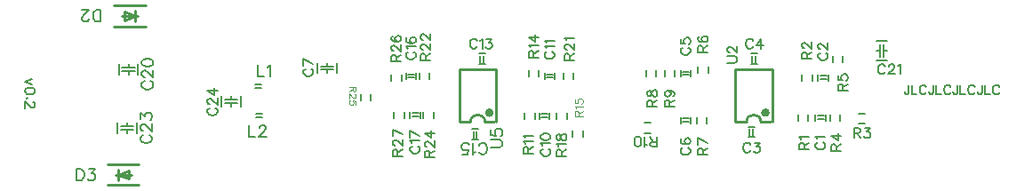
<source format=gto>
G04 Layer: TopSilkscreenLayer*
G04 EasyEDA v6.5.51, 2025-08-29 13:17:01*
G04 9dbd3623970045be9e5ad1379a4f5d38,14c8f2514d444a3a831de9b613ea4171,10*
G04 Gerber Generator version 0.2*
G04 Scale: 100 percent, Rotated: No, Reflected: No *
G04 Dimensions in millimeters *
G04 leading zeros omitted , absolute positions ,4 integer and 5 decimal *
%FSLAX45Y45*%
%MOMM*%

%ADD10C,0.1500*%
%ADD11C,0.1300*%
%ADD12C,0.1524*%
%ADD13C,0.1200*%
%ADD14C,0.1000*%
%ADD15C,0.1530*%
%ADD16C,0.2540*%
%ADD17C,0.4000*%
%ADD18C,0.0167*%

%LPD*%
D10*
X8651506Y-836168D02*
G01*
X8651506Y-901700D01*
X8647442Y-913892D01*
X8643378Y-918210D01*
X8635250Y-922273D01*
X8626868Y-922273D01*
X8618740Y-918210D01*
X8614676Y-913892D01*
X8610612Y-901700D01*
X8610612Y-893571D01*
X8678430Y-836168D02*
G01*
X8678430Y-922273D01*
X8678430Y-922273D02*
G01*
X8727706Y-922273D01*
X8815844Y-856742D02*
G01*
X8811780Y-848613D01*
X8803652Y-840486D01*
X8795524Y-836168D01*
X8779268Y-836168D01*
X8770886Y-840486D01*
X8762758Y-848613D01*
X8758694Y-856742D01*
X8754630Y-868934D01*
X8754630Y-889507D01*
X8758694Y-901700D01*
X8762758Y-909828D01*
X8770886Y-918210D01*
X8779268Y-922273D01*
X8795524Y-922273D01*
X8803652Y-918210D01*
X8811780Y-909828D01*
X8815844Y-901700D01*
X8883916Y-836168D02*
G01*
X8883916Y-901700D01*
X8879852Y-913892D01*
X8875788Y-918210D01*
X8867406Y-922273D01*
X8859278Y-922273D01*
X8851150Y-918210D01*
X8847086Y-913892D01*
X8843022Y-901700D01*
X8843022Y-893571D01*
X8910840Y-836168D02*
G01*
X8910840Y-922273D01*
X8910840Y-922273D02*
G01*
X8959862Y-922273D01*
X9048254Y-856742D02*
G01*
X9044190Y-848613D01*
X9036062Y-840486D01*
X9027934Y-836168D01*
X9011424Y-836168D01*
X9003296Y-840486D01*
X8995168Y-848613D01*
X8991104Y-856742D01*
X8987040Y-868934D01*
X8987040Y-889507D01*
X8991104Y-901700D01*
X8995168Y-909828D01*
X9003296Y-918210D01*
X9011424Y-922273D01*
X9027934Y-922273D01*
X9036062Y-918210D01*
X9044190Y-909828D01*
X9048254Y-901700D01*
X9116326Y-836168D02*
G01*
X9116326Y-901700D01*
X9112262Y-913892D01*
X9107944Y-918210D01*
X9099816Y-922273D01*
X9091688Y-922273D01*
X9083560Y-918210D01*
X9079496Y-913892D01*
X9075432Y-901700D01*
X9075432Y-893571D01*
X9143250Y-836168D02*
G01*
X9143250Y-922273D01*
X9143250Y-922273D02*
G01*
X9192272Y-922273D01*
X9280664Y-856742D02*
G01*
X9276600Y-848613D01*
X9268472Y-840486D01*
X9260344Y-836168D01*
X9243834Y-836168D01*
X9235706Y-840486D01*
X9227578Y-848613D01*
X9223514Y-856742D01*
X9219196Y-868934D01*
X9219196Y-889507D01*
X9223514Y-901700D01*
X9227578Y-909828D01*
X9235706Y-918210D01*
X9243834Y-922273D01*
X9260344Y-922273D01*
X9268472Y-918210D01*
X9276600Y-909828D01*
X9280664Y-901700D01*
X9348482Y-836168D02*
G01*
X9348482Y-901700D01*
X9344418Y-913892D01*
X9340354Y-918210D01*
X9332226Y-922273D01*
X9324098Y-922273D01*
X9315970Y-918210D01*
X9311652Y-913892D01*
X9307588Y-901700D01*
X9307588Y-893571D01*
X9375660Y-836168D02*
G01*
X9375660Y-922273D01*
X9375660Y-922273D02*
G01*
X9424682Y-922273D01*
X9513074Y-856742D02*
G01*
X9509010Y-848613D01*
X9500882Y-840486D01*
X9492500Y-836168D01*
X9476244Y-836168D01*
X9468116Y-840486D01*
X9459988Y-848613D01*
X9455670Y-856742D01*
X9451606Y-868934D01*
X9451606Y-889507D01*
X9455670Y-901700D01*
X9459988Y-909828D01*
X9468116Y-918210D01*
X9476244Y-922273D01*
X9492500Y-922273D01*
X9500882Y-918210D01*
X9509010Y-909828D01*
X9513074Y-901700D01*
D11*
X297685Y-774697D02*
G01*
X233931Y-801875D01*
X297685Y-829307D02*
G01*
X233931Y-801875D01*
X329435Y-886457D02*
G01*
X324863Y-872995D01*
X311401Y-863851D01*
X288541Y-859279D01*
X275079Y-859279D01*
X252219Y-863851D01*
X238503Y-872995D01*
X233931Y-886457D01*
X233931Y-895601D01*
X238503Y-909317D01*
X252219Y-918207D01*
X275079Y-922779D01*
X288541Y-922779D01*
X311401Y-918207D01*
X324863Y-909317D01*
X329435Y-895601D01*
X329435Y-886457D01*
X256791Y-957323D02*
G01*
X252219Y-953005D01*
X247647Y-957323D01*
X252219Y-961895D01*
X256791Y-957323D01*
X306829Y-996439D02*
G01*
X311401Y-996439D01*
X320291Y-1001011D01*
X324863Y-1005583D01*
X329435Y-1014727D01*
X329435Y-1032761D01*
X324863Y-1041905D01*
X320291Y-1046477D01*
X311401Y-1051049D01*
X302257Y-1051049D01*
X293113Y-1046477D01*
X279397Y-1037333D01*
X233931Y-991867D01*
X233931Y-1055621D01*
D12*
X7783055Y-1379710D02*
G01*
X7773911Y-1384282D01*
X7765021Y-1393172D01*
X7760449Y-1402316D01*
X7760449Y-1420604D01*
X7765021Y-1429494D01*
X7773911Y-1438638D01*
X7783055Y-1443210D01*
X7796771Y-1447782D01*
X7819377Y-1447782D01*
X7833093Y-1443210D01*
X7842237Y-1438638D01*
X7851381Y-1429494D01*
X7855953Y-1420604D01*
X7855953Y-1402316D01*
X7851381Y-1393172D01*
X7842237Y-1384282D01*
X7833093Y-1379710D01*
X7778483Y-1349738D02*
G01*
X7773911Y-1340594D01*
X7760449Y-1326878D01*
X7855953Y-1326878D01*
X7808455Y-528812D02*
G01*
X7799311Y-533384D01*
X7790421Y-542274D01*
X7785849Y-551418D01*
X7785849Y-569706D01*
X7790421Y-578596D01*
X7799311Y-587740D01*
X7808455Y-592312D01*
X7822171Y-596884D01*
X7844777Y-596884D01*
X7858493Y-592312D01*
X7867637Y-587740D01*
X7876781Y-578596D01*
X7881353Y-569706D01*
X7881353Y-551418D01*
X7876781Y-542274D01*
X7867637Y-533384D01*
X7858493Y-528812D01*
X7808455Y-494268D02*
G01*
X7803883Y-494268D01*
X7794993Y-489696D01*
X7790421Y-485124D01*
X7785849Y-475980D01*
X7785849Y-457692D01*
X7790421Y-448802D01*
X7794993Y-444230D01*
X7803883Y-439658D01*
X7813027Y-439658D01*
X7822171Y-444230D01*
X7835887Y-453374D01*
X7881353Y-498840D01*
X7881353Y-435086D01*
X7141954Y-1407665D02*
G01*
X7137382Y-1398521D01*
X7128492Y-1389631D01*
X7119348Y-1385059D01*
X7101060Y-1385059D01*
X7092170Y-1389631D01*
X7083026Y-1398521D01*
X7078454Y-1407665D01*
X7073882Y-1421381D01*
X7073882Y-1443987D01*
X7078454Y-1457703D01*
X7083026Y-1466847D01*
X7092170Y-1475991D01*
X7101060Y-1480563D01*
X7119348Y-1480563D01*
X7128492Y-1475991D01*
X7137382Y-1466847D01*
X7141954Y-1457703D01*
X7181070Y-1385059D02*
G01*
X7231108Y-1385059D01*
X7203930Y-1421381D01*
X7217392Y-1421381D01*
X7226536Y-1425953D01*
X7231108Y-1430525D01*
X7235680Y-1443987D01*
X7235680Y-1453131D01*
X7231108Y-1466847D01*
X7221964Y-1475991D01*
X7208502Y-1480563D01*
X7194786Y-1480563D01*
X7181070Y-1475991D01*
X7176498Y-1471419D01*
X7171926Y-1462275D01*
X7167356Y-417068D02*
G01*
X7162784Y-407923D01*
X7153894Y-399034D01*
X7144750Y-394462D01*
X7126462Y-394462D01*
X7117572Y-399034D01*
X7108428Y-407923D01*
X7103856Y-417068D01*
X7099284Y-430784D01*
X7099284Y-453389D01*
X7103856Y-467105D01*
X7108428Y-476250D01*
X7117572Y-485394D01*
X7126462Y-489965D01*
X7144750Y-489965D01*
X7153894Y-485394D01*
X7162784Y-476250D01*
X7167356Y-467105D01*
X7242794Y-394462D02*
G01*
X7197328Y-457962D01*
X7265654Y-457962D01*
X7242794Y-394462D02*
G01*
X7242794Y-489965D01*
X6500357Y-478015D02*
G01*
X6491213Y-482587D01*
X6482323Y-491477D01*
X6477751Y-500621D01*
X6477751Y-518909D01*
X6482323Y-527799D01*
X6491213Y-536943D01*
X6500357Y-541515D01*
X6514073Y-546087D01*
X6536679Y-546087D01*
X6550395Y-541515D01*
X6559539Y-536943D01*
X6568683Y-527799D01*
X6573255Y-518909D01*
X6573255Y-500621D01*
X6568683Y-491477D01*
X6559539Y-482587D01*
X6550395Y-478015D01*
X6477751Y-393433D02*
G01*
X6477751Y-438899D01*
X6518645Y-443471D01*
X6514073Y-438899D01*
X6509501Y-425183D01*
X6509501Y-411467D01*
X6514073Y-398005D01*
X6523217Y-388861D01*
X6536679Y-384289D01*
X6545823Y-384289D01*
X6559539Y-388861D01*
X6568683Y-398005D01*
X6573255Y-411467D01*
X6573255Y-425183D01*
X6568683Y-438899D01*
X6564111Y-443471D01*
X6554967Y-448043D01*
X6500357Y-1430512D02*
G01*
X6491213Y-1435084D01*
X6482323Y-1443974D01*
X6477751Y-1453118D01*
X6477751Y-1471406D01*
X6482323Y-1480296D01*
X6491213Y-1489440D01*
X6500357Y-1494012D01*
X6514073Y-1498584D01*
X6536679Y-1498584D01*
X6550395Y-1494012D01*
X6559539Y-1489440D01*
X6568683Y-1480296D01*
X6573255Y-1471406D01*
X6573255Y-1453118D01*
X6568683Y-1443974D01*
X6559539Y-1435084D01*
X6550395Y-1430512D01*
X6491213Y-1345930D02*
G01*
X6482323Y-1350502D01*
X6477751Y-1363964D01*
X6477751Y-1373108D01*
X6482323Y-1386824D01*
X6495785Y-1395968D01*
X6518645Y-1400540D01*
X6541251Y-1400540D01*
X6559539Y-1395968D01*
X6568683Y-1386824D01*
X6573255Y-1373108D01*
X6573255Y-1368536D01*
X6568683Y-1355074D01*
X6559539Y-1345930D01*
X6545823Y-1341358D01*
X6541251Y-1341358D01*
X6527789Y-1345930D01*
X6518645Y-1355074D01*
X6514073Y-1368536D01*
X6514073Y-1373108D01*
X6518645Y-1386824D01*
X6527789Y-1395968D01*
X6541251Y-1400540D01*
X5166837Y-1443136D02*
G01*
X5157693Y-1447708D01*
X5148803Y-1456852D01*
X5144231Y-1465742D01*
X5144231Y-1484030D01*
X5148803Y-1493174D01*
X5157693Y-1502318D01*
X5166837Y-1506636D01*
X5180553Y-1511208D01*
X5203159Y-1511208D01*
X5216875Y-1506636D01*
X5226019Y-1502318D01*
X5235163Y-1493174D01*
X5239735Y-1484030D01*
X5239735Y-1465742D01*
X5235163Y-1456852D01*
X5226019Y-1447708D01*
X5216875Y-1443136D01*
X5162265Y-1413164D02*
G01*
X5157693Y-1404020D01*
X5144231Y-1390304D01*
X5239735Y-1390304D01*
X5144231Y-1333154D02*
G01*
X5148803Y-1346870D01*
X5162265Y-1355760D01*
X5185125Y-1360332D01*
X5198841Y-1360332D01*
X5221447Y-1355760D01*
X5235163Y-1346870D01*
X5239735Y-1333154D01*
X5239735Y-1324010D01*
X5235163Y-1310294D01*
X5221447Y-1301404D01*
X5198841Y-1296832D01*
X5185125Y-1296832D01*
X5162265Y-1301404D01*
X5148803Y-1310294D01*
X5144231Y-1324010D01*
X5144231Y-1333154D01*
D10*
X5204960Y-516117D02*
G01*
X5195816Y-520689D01*
X5186926Y-529579D01*
X5182354Y-538723D01*
X5182354Y-557011D01*
X5186926Y-565901D01*
X5195816Y-575045D01*
X5204960Y-579617D01*
X5218676Y-584189D01*
X5241282Y-584189D01*
X5254998Y-579617D01*
X5264142Y-575045D01*
X5273286Y-565901D01*
X5277858Y-557011D01*
X5277858Y-538723D01*
X5273286Y-529579D01*
X5264142Y-520689D01*
X5254998Y-516117D01*
X5200388Y-485891D02*
G01*
X5195816Y-477001D01*
X5182354Y-463285D01*
X5277858Y-463285D01*
X5200388Y-433313D02*
G01*
X5195816Y-424169D01*
X5182354Y-410453D01*
X5277858Y-410453D01*
D12*
X4538487Y-417068D02*
G01*
X4534169Y-407923D01*
X4525025Y-399034D01*
X4515881Y-394462D01*
X4497593Y-394462D01*
X4488703Y-399034D01*
X4479559Y-407923D01*
X4474987Y-417068D01*
X4470415Y-430784D01*
X4470415Y-453389D01*
X4474987Y-467105D01*
X4479559Y-476250D01*
X4488703Y-485394D01*
X4497593Y-489965D01*
X4515881Y-489965D01*
X4525025Y-485394D01*
X4534169Y-476250D01*
X4538487Y-467105D01*
X4568713Y-412495D02*
G01*
X4577603Y-407923D01*
X4591319Y-394462D01*
X4591319Y-489965D01*
X4630435Y-394462D02*
G01*
X4680473Y-394462D01*
X4653041Y-430784D01*
X4666757Y-430784D01*
X4675901Y-435355D01*
X4680473Y-439928D01*
X4685045Y-453389D01*
X4685045Y-462534D01*
X4680473Y-476250D01*
X4671329Y-485394D01*
X4657613Y-489965D01*
X4644151Y-489965D01*
X4630435Y-485394D01*
X4625863Y-480821D01*
X4621291Y-471678D01*
X4556419Y-1469400D02*
G01*
X4561753Y-1479814D01*
X4572167Y-1490228D01*
X4582327Y-1495308D01*
X4603155Y-1495308D01*
X4613569Y-1490228D01*
X4623983Y-1479814D01*
X4629317Y-1469400D01*
X4634397Y-1453652D01*
X4634397Y-1427744D01*
X4629317Y-1412250D01*
X4623983Y-1401836D01*
X4613569Y-1391422D01*
X4603155Y-1386342D01*
X4582327Y-1386342D01*
X4572167Y-1391422D01*
X4561753Y-1401836D01*
X4556419Y-1412250D01*
X4522129Y-1474480D02*
G01*
X4511715Y-1479814D01*
X4496221Y-1495308D01*
X4496221Y-1386342D01*
X4399447Y-1495308D02*
G01*
X4451517Y-1495308D01*
X4456597Y-1448572D01*
X4451517Y-1453652D01*
X4436023Y-1458986D01*
X4420275Y-1458986D01*
X4404781Y-1453652D01*
X4394367Y-1443492D01*
X4389287Y-1427744D01*
X4389287Y-1417330D01*
X4394367Y-1401836D01*
X4404781Y-1391422D01*
X4420275Y-1386342D01*
X4436023Y-1386342D01*
X4451517Y-1391422D01*
X4456597Y-1396502D01*
X4461931Y-1406916D01*
X3885275Y-520258D02*
G01*
X3876131Y-524830D01*
X3867241Y-533974D01*
X3862669Y-543118D01*
X3862669Y-561152D01*
X3867241Y-570296D01*
X3876131Y-579440D01*
X3885275Y-584012D01*
X3898991Y-588584D01*
X3921597Y-588584D01*
X3935313Y-584012D01*
X3944457Y-579440D01*
X3953601Y-570296D01*
X3957919Y-561152D01*
X3957919Y-543118D01*
X3953601Y-533974D01*
X3944457Y-524830D01*
X3935313Y-520258D01*
X3880703Y-490286D02*
G01*
X3876131Y-481142D01*
X3862669Y-467680D01*
X3957919Y-467680D01*
X3876131Y-383098D02*
G01*
X3867241Y-387670D01*
X3862669Y-401132D01*
X3862669Y-410276D01*
X3867241Y-423992D01*
X3880703Y-433136D01*
X3903563Y-437708D01*
X3926169Y-437708D01*
X3944457Y-433136D01*
X3953601Y-423992D01*
X3957919Y-410276D01*
X3957919Y-405704D01*
X3953601Y-392242D01*
X3944457Y-383098D01*
X3930741Y-378526D01*
X3926169Y-378526D01*
X3912707Y-383098D01*
X3903563Y-392242D01*
X3898991Y-405704D01*
X3898991Y-410276D01*
X3903563Y-423992D01*
X3912707Y-433136D01*
X3926169Y-437708D01*
X3922262Y-1417817D02*
G01*
X3913118Y-1422135D01*
X3904228Y-1431279D01*
X3899656Y-1440423D01*
X3899656Y-1458711D01*
X3904228Y-1467601D01*
X3913118Y-1476745D01*
X3922262Y-1481317D01*
X3935978Y-1485889D01*
X3958584Y-1485889D01*
X3972300Y-1481317D01*
X3981444Y-1476745D01*
X3990588Y-1467601D01*
X3995160Y-1458711D01*
X3995160Y-1440423D01*
X3990588Y-1431279D01*
X3981444Y-1422135D01*
X3972300Y-1417817D01*
X3917690Y-1387591D02*
G01*
X3913118Y-1378701D01*
X3899656Y-1364985D01*
X3995160Y-1364985D01*
X3899656Y-1271259D02*
G01*
X3995160Y-1316725D01*
X3899656Y-1335013D02*
G01*
X3899656Y-1271259D01*
X2906265Y-681220D02*
G01*
X2897121Y-685538D01*
X2888231Y-694682D01*
X2883659Y-703826D01*
X2883659Y-722114D01*
X2888231Y-731004D01*
X2897121Y-740148D01*
X2906265Y-744720D01*
X2919981Y-749292D01*
X2942587Y-749292D01*
X2956303Y-744720D01*
X2965447Y-740148D01*
X2974591Y-731004D01*
X2979163Y-722114D01*
X2979163Y-703826D01*
X2974591Y-694682D01*
X2965447Y-685538D01*
X2956303Y-681220D01*
X2883659Y-587494D02*
G01*
X2979163Y-632960D01*
X2883659Y-650994D02*
G01*
X2883659Y-587494D01*
X1371086Y-798316D02*
G01*
X1360672Y-803650D01*
X1350258Y-814064D01*
X1345178Y-824224D01*
X1345178Y-845052D01*
X1350258Y-855466D01*
X1360672Y-865880D01*
X1371086Y-871214D01*
X1386834Y-876294D01*
X1412742Y-876294D01*
X1428236Y-871214D01*
X1438650Y-865880D01*
X1449064Y-855466D01*
X1454144Y-845052D01*
X1454144Y-824224D01*
X1449064Y-814064D01*
X1438650Y-803650D01*
X1428236Y-798316D01*
X1371086Y-758946D02*
G01*
X1366006Y-758946D01*
X1355592Y-753612D01*
X1350258Y-748532D01*
X1345178Y-738118D01*
X1345178Y-717290D01*
X1350258Y-706876D01*
X1355592Y-701796D01*
X1366006Y-696462D01*
X1376420Y-696462D01*
X1386834Y-701796D01*
X1402328Y-712210D01*
X1454144Y-764026D01*
X1454144Y-691382D01*
X1345178Y-625850D02*
G01*
X1350258Y-641344D01*
X1366006Y-651758D01*
X1391914Y-657092D01*
X1407408Y-657092D01*
X1433570Y-651758D01*
X1449064Y-641344D01*
X1454144Y-625850D01*
X1454144Y-615436D01*
X1449064Y-599942D01*
X1433570Y-589528D01*
X1407408Y-584194D01*
X1391914Y-584194D01*
X1366006Y-589528D01*
X1350258Y-599942D01*
X1345178Y-615436D01*
X1345178Y-625850D01*
X8424689Y-658362D02*
G01*
X8420117Y-649218D01*
X8411227Y-640328D01*
X8402083Y-635756D01*
X8383795Y-635756D01*
X8374905Y-640328D01*
X8365761Y-649218D01*
X8361189Y-658362D01*
X8356617Y-672078D01*
X8356617Y-694684D01*
X8361189Y-708400D01*
X8365761Y-717544D01*
X8374905Y-726688D01*
X8383795Y-731260D01*
X8402083Y-731260D01*
X8411227Y-726688D01*
X8420117Y-717544D01*
X8424689Y-708400D01*
X8459233Y-658362D02*
G01*
X8459233Y-653790D01*
X8463805Y-644900D01*
X8468377Y-640328D01*
X8477521Y-635756D01*
X8495809Y-635756D01*
X8504699Y-640328D01*
X8509271Y-644900D01*
X8513843Y-653790D01*
X8513843Y-662934D01*
X8509271Y-672078D01*
X8500127Y-685794D01*
X8454661Y-731260D01*
X8518415Y-731260D01*
X8548387Y-653790D02*
G01*
X8557531Y-649218D01*
X8571247Y-635756D01*
X8571247Y-731260D01*
X1359489Y-1310624D02*
G01*
X1349075Y-1315958D01*
X1338661Y-1326372D01*
X1333581Y-1336532D01*
X1333581Y-1357360D01*
X1338661Y-1367774D01*
X1349075Y-1378188D01*
X1359489Y-1383522D01*
X1375237Y-1388602D01*
X1401145Y-1388602D01*
X1416639Y-1383522D01*
X1427053Y-1378188D01*
X1437467Y-1367774D01*
X1442547Y-1357360D01*
X1442547Y-1336532D01*
X1437467Y-1326372D01*
X1427053Y-1315958D01*
X1416639Y-1310624D01*
X1359489Y-1271254D02*
G01*
X1354409Y-1271254D01*
X1343995Y-1265920D01*
X1338661Y-1260840D01*
X1333581Y-1250426D01*
X1333581Y-1229598D01*
X1338661Y-1219184D01*
X1343995Y-1214104D01*
X1354409Y-1208770D01*
X1364823Y-1208770D01*
X1375237Y-1214104D01*
X1390731Y-1224518D01*
X1442547Y-1276334D01*
X1442547Y-1203690D01*
X1333581Y-1158986D02*
G01*
X1333581Y-1101836D01*
X1375237Y-1133078D01*
X1375237Y-1117330D01*
X1380317Y-1106916D01*
X1385397Y-1101836D01*
X1401145Y-1096502D01*
X1411559Y-1096502D01*
X1427053Y-1101836D01*
X1437467Y-1112250D01*
X1442547Y-1127744D01*
X1442547Y-1143492D01*
X1437467Y-1158986D01*
X1432387Y-1164066D01*
X1421973Y-1169400D01*
X1992952Y-1053744D02*
G01*
X1983808Y-1058316D01*
X1974918Y-1067460D01*
X1970346Y-1076350D01*
X1970346Y-1094638D01*
X1974918Y-1103782D01*
X1983808Y-1112926D01*
X1992952Y-1117244D01*
X2006668Y-1121816D01*
X2029274Y-1121816D01*
X2042990Y-1117244D01*
X2052134Y-1112926D01*
X2061278Y-1103782D01*
X2065850Y-1094638D01*
X2065850Y-1076350D01*
X2061278Y-1067460D01*
X2052134Y-1058316D01*
X2042990Y-1053744D01*
X1992952Y-1019200D02*
G01*
X1988380Y-1019200D01*
X1979490Y-1014628D01*
X1974918Y-1010056D01*
X1970346Y-1000912D01*
X1970346Y-982878D01*
X1974918Y-973734D01*
X1979490Y-969162D01*
X1988380Y-964590D01*
X1997524Y-964590D01*
X2006668Y-969162D01*
X2020384Y-978306D01*
X2065850Y-1023772D01*
X2065850Y-960018D01*
X1970346Y-884580D02*
G01*
X2033846Y-930046D01*
X2033846Y-861974D01*
X1970346Y-884580D02*
G01*
X2065850Y-884580D01*
X952494Y-229615D02*
G01*
X952494Y-120650D01*
X952494Y-229615D02*
G01*
X916172Y-229615D01*
X900424Y-224536D01*
X890264Y-214121D01*
X884930Y-203707D01*
X879850Y-187960D01*
X879850Y-162052D01*
X884930Y-146557D01*
X890264Y-136144D01*
X900424Y-125729D01*
X916172Y-120650D01*
X952494Y-120650D01*
X840226Y-203707D02*
G01*
X840226Y-208787D01*
X835146Y-219202D01*
X829812Y-224536D01*
X819398Y-229615D01*
X798824Y-229615D01*
X788410Y-224536D01*
X783076Y-219202D01*
X777996Y-208787D01*
X777996Y-198373D01*
X783076Y-187960D01*
X793490Y-172465D01*
X845560Y-120650D01*
X772662Y-120650D01*
X723897Y-1637281D02*
G01*
X723897Y-1746247D01*
X723897Y-1637281D02*
G01*
X760219Y-1637281D01*
X775967Y-1642361D01*
X786127Y-1652775D01*
X791461Y-1663189D01*
X796541Y-1678937D01*
X796541Y-1704845D01*
X791461Y-1720339D01*
X786127Y-1730753D01*
X775967Y-1741167D01*
X760219Y-1746247D01*
X723897Y-1746247D01*
X841245Y-1637281D02*
G01*
X898395Y-1637281D01*
X867407Y-1678937D01*
X882901Y-1678937D01*
X893315Y-1684017D01*
X898395Y-1689097D01*
X903729Y-1704845D01*
X903729Y-1715259D01*
X898395Y-1730753D01*
X887981Y-1741167D01*
X872487Y-1746247D01*
X856993Y-1746247D01*
X841245Y-1741167D01*
X836165Y-1736087D01*
X830831Y-1725673D01*
X2446202Y-646681D02*
G01*
X2446202Y-755647D01*
X2446202Y-755647D02*
G01*
X2508432Y-755647D01*
X2542722Y-667509D02*
G01*
X2553136Y-662175D01*
X2568884Y-646681D01*
X2568884Y-755647D01*
X2362194Y-1218181D02*
G01*
X2362194Y-1327147D01*
X2362194Y-1327147D02*
G01*
X2424424Y-1327147D01*
X2464048Y-1244089D02*
G01*
X2464048Y-1239009D01*
X2469128Y-1228595D01*
X2474462Y-1223261D01*
X2484876Y-1218181D01*
X2505704Y-1218181D01*
X2515864Y-1223261D01*
X2521198Y-1228595D01*
X2526278Y-1239009D01*
X2526278Y-1249423D01*
X2521198Y-1259837D01*
X2510784Y-1275331D01*
X2458714Y-1327147D01*
X2531612Y-1327147D01*
X7608049Y-1447782D02*
G01*
X7703553Y-1447782D01*
X7608049Y-1447782D02*
G01*
X7608049Y-1406888D01*
X7612621Y-1393172D01*
X7617193Y-1388600D01*
X7626083Y-1384282D01*
X7635227Y-1384282D01*
X7644371Y-1388600D01*
X7648943Y-1393172D01*
X7653515Y-1406888D01*
X7653515Y-1447782D01*
X7653515Y-1416032D02*
G01*
X7703553Y-1384282D01*
X7626083Y-1354056D02*
G01*
X7621511Y-1345166D01*
X7608049Y-1331450D01*
X7703553Y-1331450D01*
X7633449Y-584184D02*
G01*
X7728953Y-584184D01*
X7633449Y-584184D02*
G01*
X7633449Y-543290D01*
X7638021Y-529574D01*
X7642593Y-525002D01*
X7651483Y-520684D01*
X7660627Y-520684D01*
X7669771Y-525002D01*
X7674343Y-529574D01*
X7678915Y-543290D01*
X7678915Y-584184D01*
X7678915Y-552434D02*
G01*
X7728953Y-520684D01*
X7656055Y-486140D02*
G01*
X7651483Y-486140D01*
X7642593Y-481568D01*
X7638021Y-476996D01*
X7633449Y-467852D01*
X7633449Y-449564D01*
X7638021Y-440674D01*
X7642593Y-436102D01*
X7651483Y-431530D01*
X7660627Y-431530D01*
X7669771Y-436102D01*
X7683487Y-444992D01*
X7728953Y-490458D01*
X7728953Y-426958D01*
X8127989Y-1245364D02*
G01*
X8127989Y-1340868D01*
X8127989Y-1245364D02*
G01*
X8168883Y-1245364D01*
X8182599Y-1249936D01*
X8187171Y-1254508D01*
X8191489Y-1263398D01*
X8191489Y-1272542D01*
X8187171Y-1281686D01*
X8182599Y-1286258D01*
X8168883Y-1290830D01*
X8127989Y-1290830D01*
X8159739Y-1290830D02*
G01*
X8191489Y-1340868D01*
X8230605Y-1245364D02*
G01*
X8280643Y-1245364D01*
X8253465Y-1281686D01*
X8267181Y-1281686D01*
X8276071Y-1286258D01*
X8280643Y-1290830D01*
X8285215Y-1304292D01*
X8285215Y-1313436D01*
X8280643Y-1327152D01*
X8271499Y-1336296D01*
X8258037Y-1340868D01*
X8244321Y-1340868D01*
X8230605Y-1336296D01*
X8226033Y-1331724D01*
X8221715Y-1322580D01*
X7912849Y-1460482D02*
G01*
X8008353Y-1460482D01*
X7912849Y-1460482D02*
G01*
X7912849Y-1419588D01*
X7917421Y-1405872D01*
X7921993Y-1401300D01*
X7930883Y-1396982D01*
X7940027Y-1396982D01*
X7949171Y-1401300D01*
X7953743Y-1405872D01*
X7958315Y-1419588D01*
X7958315Y-1460482D01*
X7958315Y-1428732D02*
G01*
X8008353Y-1396982D01*
X7912849Y-1321290D02*
G01*
X7976349Y-1366756D01*
X7976349Y-1298684D01*
X7912849Y-1321290D02*
G01*
X8008353Y-1321290D01*
X7976369Y-889050D02*
G01*
X8071619Y-889050D01*
X7976369Y-889050D02*
G01*
X7976369Y-848156D01*
X7980941Y-834440D01*
X7985259Y-829868D01*
X7994403Y-825296D01*
X8003547Y-825296D01*
X8012691Y-829868D01*
X8017263Y-834440D01*
X8021835Y-848156D01*
X8021835Y-889050D01*
X8021835Y-857300D02*
G01*
X8071619Y-825296D01*
X7976369Y-740714D02*
G01*
X7976369Y-786180D01*
X8017263Y-790752D01*
X8012691Y-786180D01*
X8008119Y-772718D01*
X8008119Y-759002D01*
X8012691Y-745286D01*
X8021835Y-736142D01*
X8035297Y-731824D01*
X8044441Y-731824D01*
X8058157Y-736142D01*
X8067301Y-745286D01*
X8071619Y-759002D01*
X8071619Y-772718D01*
X8067301Y-786180D01*
X8062729Y-790752D01*
X8053585Y-795324D01*
X6642851Y-520684D02*
G01*
X6738355Y-520684D01*
X6642851Y-520684D02*
G01*
X6642851Y-479790D01*
X6647423Y-466074D01*
X6651995Y-461502D01*
X6660885Y-457184D01*
X6670029Y-457184D01*
X6679173Y-461502D01*
X6683745Y-466074D01*
X6688317Y-479790D01*
X6688317Y-520684D01*
X6688317Y-488934D02*
G01*
X6738355Y-457184D01*
X6656313Y-372602D02*
G01*
X6647423Y-377174D01*
X6642851Y-390636D01*
X6642851Y-399780D01*
X6647423Y-413496D01*
X6660885Y-422640D01*
X6683745Y-426958D01*
X6706351Y-426958D01*
X6724639Y-422640D01*
X6733783Y-413496D01*
X6738355Y-399780D01*
X6738355Y-395208D01*
X6733783Y-381492D01*
X6724639Y-372602D01*
X6710923Y-368030D01*
X6706351Y-368030D01*
X6692889Y-372602D01*
X6683745Y-381492D01*
X6679173Y-395208D01*
X6679173Y-399780D01*
X6683745Y-413496D01*
X6692889Y-422640D01*
X6706351Y-426958D01*
X6642851Y-1498584D02*
G01*
X6738355Y-1498584D01*
X6642851Y-1498584D02*
G01*
X6642851Y-1457690D01*
X6647423Y-1443974D01*
X6651995Y-1439402D01*
X6660885Y-1435084D01*
X6670029Y-1435084D01*
X6679173Y-1439402D01*
X6683745Y-1443974D01*
X6688317Y-1457690D01*
X6688317Y-1498584D01*
X6688317Y-1466834D02*
G01*
X6738355Y-1435084D01*
X6642851Y-1341358D02*
G01*
X6738355Y-1386824D01*
X6642851Y-1404858D02*
G01*
X6642851Y-1341358D01*
X6160249Y-1041397D02*
G01*
X6255753Y-1041397D01*
X6160249Y-1041397D02*
G01*
X6160249Y-1000503D01*
X6164821Y-986787D01*
X6169393Y-982215D01*
X6178283Y-977897D01*
X6187427Y-977897D01*
X6196571Y-982215D01*
X6201143Y-986787D01*
X6205715Y-1000503D01*
X6205715Y-1041397D01*
X6205715Y-1009647D02*
G01*
X6255753Y-977897D01*
X6160249Y-925065D02*
G01*
X6164821Y-938781D01*
X6173711Y-943353D01*
X6182855Y-943353D01*
X6191999Y-938781D01*
X6196571Y-929637D01*
X6201143Y-911349D01*
X6205715Y-897887D01*
X6214605Y-888743D01*
X6223749Y-884171D01*
X6237465Y-884171D01*
X6246609Y-888743D01*
X6251181Y-893315D01*
X6255753Y-906777D01*
X6255753Y-925065D01*
X6251181Y-938781D01*
X6246609Y-943353D01*
X6237465Y-947671D01*
X6223749Y-947671D01*
X6214605Y-943353D01*
X6205715Y-934209D01*
X6201143Y-920493D01*
X6196571Y-902205D01*
X6191999Y-893315D01*
X6182855Y-888743D01*
X6173711Y-888743D01*
X6164821Y-893315D01*
X6160249Y-906777D01*
X6160249Y-925065D01*
X6325339Y-1041382D02*
G01*
X6420843Y-1041382D01*
X6325339Y-1041382D02*
G01*
X6325339Y-1000488D01*
X6329911Y-986772D01*
X6334483Y-982200D01*
X6343373Y-977882D01*
X6352517Y-977882D01*
X6361661Y-982200D01*
X6366233Y-986772D01*
X6370805Y-1000488D01*
X6370805Y-1041382D01*
X6370805Y-1009632D02*
G01*
X6420843Y-977882D01*
X6357089Y-888728D02*
G01*
X6370805Y-893300D01*
X6379695Y-902190D01*
X6384267Y-915906D01*
X6384267Y-920478D01*
X6379695Y-934194D01*
X6370805Y-943338D01*
X6357089Y-947656D01*
X6352517Y-947656D01*
X6338801Y-943338D01*
X6329911Y-934194D01*
X6325339Y-920478D01*
X6325339Y-915906D01*
X6329911Y-902190D01*
X6338801Y-893300D01*
X6357089Y-888728D01*
X6379695Y-888728D01*
X6402555Y-893300D01*
X6416271Y-902190D01*
X6420843Y-915906D01*
X6420843Y-925050D01*
X6416271Y-938766D01*
X6407127Y-943338D01*
X6248361Y-1421630D02*
G01*
X6248361Y-1326126D01*
X6248361Y-1421630D02*
G01*
X6207467Y-1421630D01*
X6193751Y-1417058D01*
X6189179Y-1412486D01*
X6184861Y-1403596D01*
X6184861Y-1394452D01*
X6189179Y-1385308D01*
X6193751Y-1380736D01*
X6207467Y-1376164D01*
X6248361Y-1376164D01*
X6216611Y-1376164D02*
G01*
X6184861Y-1326126D01*
X6154635Y-1403596D02*
G01*
X6145745Y-1408168D01*
X6132029Y-1421630D01*
X6132029Y-1326126D01*
X6074625Y-1421630D02*
G01*
X6088341Y-1417058D01*
X6097485Y-1403596D01*
X6102057Y-1380736D01*
X6102057Y-1367274D01*
X6097485Y-1344414D01*
X6088341Y-1330698D01*
X6074625Y-1326126D01*
X6065735Y-1326126D01*
X6052019Y-1330698D01*
X6042875Y-1344414D01*
X6038303Y-1367274D01*
X6038303Y-1380736D01*
X6042875Y-1403596D01*
X6052019Y-1417058D01*
X6065735Y-1421630D01*
X6074625Y-1421630D01*
X4979141Y-1485811D02*
G01*
X5074645Y-1485811D01*
X4979141Y-1485811D02*
G01*
X4979141Y-1444917D01*
X4983713Y-1431455D01*
X4988285Y-1426883D01*
X4997175Y-1422311D01*
X5006319Y-1422311D01*
X5015463Y-1426883D01*
X5020035Y-1431455D01*
X5024607Y-1444917D01*
X5024607Y-1485811D01*
X5024607Y-1454061D02*
G01*
X5074645Y-1422311D01*
X4997175Y-1392339D02*
G01*
X4992603Y-1383195D01*
X4979141Y-1369479D01*
X5074645Y-1369479D01*
X4997175Y-1339507D02*
G01*
X4992603Y-1330363D01*
X4979141Y-1316901D01*
X5074645Y-1316901D01*
X5029954Y-571489D02*
G01*
X5125458Y-571489D01*
X5029954Y-571489D02*
G01*
X5029954Y-530595D01*
X5034526Y-516879D01*
X5039098Y-512307D01*
X5047988Y-507989D01*
X5057132Y-507989D01*
X5066276Y-512307D01*
X5070848Y-516879D01*
X5075420Y-530595D01*
X5075420Y-571489D01*
X5075420Y-539739D02*
G01*
X5125458Y-507989D01*
X5047988Y-477763D02*
G01*
X5043416Y-468873D01*
X5029954Y-455157D01*
X5125458Y-455157D01*
X5029954Y-379719D02*
G01*
X5093454Y-425185D01*
X5093454Y-356859D01*
X5029954Y-379719D02*
G01*
X5125458Y-379719D01*
D13*
X5469120Y-1130287D02*
G01*
X5545574Y-1130287D01*
X5469120Y-1130287D02*
G01*
X5469120Y-1097521D01*
X5472676Y-1086599D01*
X5476486Y-1083043D01*
X5483598Y-1079487D01*
X5490964Y-1079487D01*
X5498330Y-1083043D01*
X5501886Y-1086599D01*
X5505442Y-1097521D01*
X5505442Y-1130287D01*
X5505442Y-1104887D02*
G01*
X5545574Y-1079487D01*
X5483598Y-1055357D02*
G01*
X5480042Y-1047991D01*
X5469120Y-1037323D01*
X5545574Y-1037323D01*
X5469120Y-969505D02*
G01*
X5469120Y-1005827D01*
X5501886Y-1009637D01*
X5498330Y-1005827D01*
X5494520Y-994905D01*
X5494520Y-984237D01*
X5498330Y-973315D01*
X5505442Y-965949D01*
X5516364Y-962393D01*
X5523730Y-962393D01*
X5534652Y-965949D01*
X5541764Y-973315D01*
X5545574Y-984237D01*
X5545574Y-994905D01*
X5541764Y-1005827D01*
X5538208Y-1009637D01*
X5531096Y-1013193D01*
D12*
X5296641Y-1511211D02*
G01*
X5392145Y-1511211D01*
X5296641Y-1511211D02*
G01*
X5296641Y-1470317D01*
X5301213Y-1456855D01*
X5305785Y-1452283D01*
X5314675Y-1447711D01*
X5323819Y-1447711D01*
X5332963Y-1452283D01*
X5337535Y-1456855D01*
X5342107Y-1470317D01*
X5342107Y-1511211D01*
X5342107Y-1479461D02*
G01*
X5392145Y-1447711D01*
X5314675Y-1417739D02*
G01*
X5310103Y-1408595D01*
X5296641Y-1394879D01*
X5392145Y-1394879D01*
X5296641Y-1342301D02*
G01*
X5301213Y-1355763D01*
X5310103Y-1360335D01*
X5319247Y-1360335D01*
X5328391Y-1355763D01*
X5332963Y-1346873D01*
X5337535Y-1328585D01*
X5342107Y-1314869D01*
X5351251Y-1305725D01*
X5360141Y-1301407D01*
X5373857Y-1301407D01*
X5383001Y-1305725D01*
X5387573Y-1310297D01*
X5392145Y-1324013D01*
X5392145Y-1342301D01*
X5387573Y-1355763D01*
X5383001Y-1360335D01*
X5373857Y-1364907D01*
X5360141Y-1364907D01*
X5351251Y-1360335D01*
X5342107Y-1351191D01*
X5337535Y-1337729D01*
X5332963Y-1319441D01*
X5328391Y-1310297D01*
X5319247Y-1305725D01*
X5310103Y-1305725D01*
X5301213Y-1310297D01*
X5296641Y-1324013D01*
X5296641Y-1342301D01*
X5372851Y-596879D02*
G01*
X5468355Y-596879D01*
X5372851Y-596879D02*
G01*
X5372851Y-555985D01*
X5377423Y-542269D01*
X5381995Y-537697D01*
X5390885Y-533379D01*
X5400029Y-533379D01*
X5409173Y-537697D01*
X5413745Y-542269D01*
X5418317Y-555985D01*
X5418317Y-596879D01*
X5418317Y-565129D02*
G01*
X5468355Y-533379D01*
X5395457Y-498581D02*
G01*
X5390885Y-498581D01*
X5381995Y-494263D01*
X5377423Y-489691D01*
X5372851Y-480547D01*
X5372851Y-462259D01*
X5377423Y-453369D01*
X5381995Y-448797D01*
X5390885Y-444225D01*
X5400029Y-444225D01*
X5409173Y-448797D01*
X5422889Y-457687D01*
X5468355Y-503153D01*
X5468355Y-439653D01*
X5390885Y-409681D02*
G01*
X5386313Y-400537D01*
X5372851Y-386821D01*
X5468355Y-386821D01*
X4001256Y-596892D02*
G01*
X4096760Y-596892D01*
X4001256Y-596892D02*
G01*
X4001256Y-555998D01*
X4005828Y-542282D01*
X4010400Y-537710D01*
X4019290Y-533138D01*
X4028434Y-533138D01*
X4037578Y-537710D01*
X4042150Y-542282D01*
X4046722Y-555998D01*
X4046722Y-596892D01*
X4046722Y-565142D02*
G01*
X4096760Y-533138D01*
X4023862Y-498594D02*
G01*
X4019290Y-498594D01*
X4010400Y-494276D01*
X4005828Y-489704D01*
X4001256Y-480560D01*
X4001256Y-462272D01*
X4005828Y-453382D01*
X4010400Y-448810D01*
X4019290Y-444238D01*
X4028434Y-444238D01*
X4037578Y-448810D01*
X4051294Y-457700D01*
X4096760Y-503166D01*
X4096760Y-439666D01*
X4023862Y-405122D02*
G01*
X4019290Y-405122D01*
X4010400Y-400550D01*
X4005828Y-395978D01*
X4001256Y-386834D01*
X4001256Y-368800D01*
X4005828Y-359656D01*
X4010400Y-355084D01*
X4019290Y-350512D01*
X4028434Y-350512D01*
X4037578Y-355084D01*
X4051294Y-364228D01*
X4096760Y-409694D01*
X4096760Y-345940D01*
X4039369Y-1524068D02*
G01*
X4134619Y-1524068D01*
X4039369Y-1524068D02*
G01*
X4039369Y-1483174D01*
X4043941Y-1469458D01*
X4048259Y-1464886D01*
X4057403Y-1460314D01*
X4066547Y-1460314D01*
X4075691Y-1464886D01*
X4080263Y-1469458D01*
X4084835Y-1483174D01*
X4084835Y-1524068D01*
X4084835Y-1492064D02*
G01*
X4134619Y-1460314D01*
X4061975Y-1425770D02*
G01*
X4057403Y-1425770D01*
X4048259Y-1421198D01*
X4043941Y-1416626D01*
X4039369Y-1407736D01*
X4039369Y-1389448D01*
X4043941Y-1380304D01*
X4048259Y-1375732D01*
X4057403Y-1371160D01*
X4066547Y-1371160D01*
X4075691Y-1375732D01*
X4089407Y-1384876D01*
X4134619Y-1430342D01*
X4134619Y-1366842D01*
X4039369Y-1291150D02*
G01*
X4102869Y-1336616D01*
X4102869Y-1268544D01*
X4039369Y-1291150D02*
G01*
X4134619Y-1291150D01*
D14*
X3385301Y-850905D02*
G01*
X3318499Y-850905D01*
X3385301Y-850905D02*
G01*
X3385301Y-879607D01*
X3382253Y-889005D01*
X3378951Y-892307D01*
X3372601Y-895355D01*
X3366251Y-895355D01*
X3359901Y-892307D01*
X3356599Y-889005D01*
X3353551Y-879607D01*
X3353551Y-850905D01*
X3353551Y-873257D02*
G01*
X3318499Y-895355D01*
X3369299Y-919739D02*
G01*
X3372601Y-919739D01*
X3378951Y-922787D01*
X3382253Y-926089D01*
X3385301Y-932439D01*
X3385301Y-945139D01*
X3382253Y-951489D01*
X3378951Y-954537D01*
X3372601Y-957839D01*
X3366251Y-957839D01*
X3359901Y-954537D01*
X3350249Y-948187D01*
X3318499Y-916437D01*
X3318499Y-960887D01*
X3385301Y-1020069D02*
G01*
X3385301Y-988319D01*
X3356599Y-985271D01*
X3359901Y-988319D01*
X3362949Y-997971D01*
X3362949Y-1007369D01*
X3359901Y-1017021D01*
X3353551Y-1023371D01*
X3343899Y-1026419D01*
X3337549Y-1026419D01*
X3328151Y-1023371D01*
X3321801Y-1017021D01*
X3318499Y-1007369D01*
X3318499Y-997971D01*
X3321801Y-988319D01*
X3324849Y-985271D01*
X3331199Y-981969D01*
D12*
X3721867Y-609678D02*
G01*
X3817117Y-609678D01*
X3721867Y-609678D02*
G01*
X3721867Y-568784D01*
X3726439Y-555068D01*
X3730757Y-550496D01*
X3739901Y-545924D01*
X3749045Y-545924D01*
X3758189Y-550496D01*
X3762761Y-555068D01*
X3767333Y-568784D01*
X3767333Y-609678D01*
X3767333Y-577674D02*
G01*
X3817117Y-545924D01*
X3744473Y-511380D02*
G01*
X3739901Y-511380D01*
X3730757Y-506808D01*
X3726439Y-502236D01*
X3721867Y-493346D01*
X3721867Y-475058D01*
X3726439Y-465914D01*
X3730757Y-461342D01*
X3739901Y-456770D01*
X3749045Y-456770D01*
X3758189Y-461342D01*
X3771905Y-470486D01*
X3817117Y-515952D01*
X3817117Y-452452D01*
X3735329Y-367870D02*
G01*
X3726439Y-372442D01*
X3721867Y-385904D01*
X3721867Y-395048D01*
X3726439Y-408764D01*
X3739901Y-417908D01*
X3762761Y-422226D01*
X3785367Y-422226D01*
X3803655Y-417908D01*
X3812799Y-408764D01*
X3817117Y-395048D01*
X3817117Y-390476D01*
X3812799Y-376760D01*
X3803655Y-367870D01*
X3789939Y-363298D01*
X3785367Y-363298D01*
X3771905Y-367870D01*
X3762761Y-376760D01*
X3758189Y-390476D01*
X3758189Y-395048D01*
X3762761Y-408764D01*
X3771905Y-417908D01*
X3785367Y-422226D01*
X3734556Y-1511289D02*
G01*
X3830060Y-1511289D01*
X3734556Y-1511289D02*
G01*
X3734556Y-1470395D01*
X3739128Y-1456679D01*
X3743700Y-1452107D01*
X3752590Y-1447535D01*
X3761734Y-1447535D01*
X3770878Y-1452107D01*
X3775450Y-1456679D01*
X3780022Y-1470395D01*
X3780022Y-1511289D01*
X3780022Y-1479539D02*
G01*
X3830060Y-1447535D01*
X3757162Y-1412991D02*
G01*
X3752590Y-1412991D01*
X3743700Y-1408673D01*
X3739128Y-1404101D01*
X3734556Y-1394957D01*
X3734556Y-1376669D01*
X3739128Y-1367779D01*
X3743700Y-1363207D01*
X3752590Y-1358635D01*
X3761734Y-1358635D01*
X3770878Y-1363207D01*
X3784594Y-1372097D01*
X3830060Y-1417563D01*
X3830060Y-1354063D01*
X3734556Y-1260337D02*
G01*
X3830060Y-1305803D01*
X3734556Y-1324091D02*
G01*
X3734556Y-1260337D01*
X6922249Y-622287D02*
G01*
X6990321Y-622287D01*
X7004037Y-617715D01*
X7013181Y-608571D01*
X7017753Y-595109D01*
X7017753Y-585965D01*
X7013181Y-572249D01*
X7004037Y-563105D01*
X6990321Y-558787D01*
X6922249Y-558787D01*
X6944855Y-524243D02*
G01*
X6940283Y-524243D01*
X6931393Y-519671D01*
X6926821Y-515099D01*
X6922249Y-505955D01*
X6922249Y-487667D01*
X6926821Y-478777D01*
X6931393Y-474205D01*
X6940283Y-469633D01*
X6949427Y-469633D01*
X6958571Y-474205D01*
X6972287Y-483095D01*
X7017753Y-528561D01*
X7017753Y-465061D01*
X4671481Y-1430792D02*
G01*
X4749459Y-1430792D01*
X4764953Y-1425712D01*
X4775367Y-1415298D01*
X4780447Y-1399550D01*
X4780447Y-1389136D01*
X4775367Y-1373642D01*
X4764953Y-1363228D01*
X4749459Y-1358148D01*
X4671481Y-1358148D01*
X4671481Y-1261374D02*
G01*
X4671481Y-1313444D01*
X4718217Y-1318524D01*
X4713137Y-1313444D01*
X4707803Y-1297696D01*
X4707803Y-1282202D01*
X4713137Y-1266708D01*
X4723297Y-1256294D01*
X4739045Y-1250960D01*
X4749459Y-1250960D01*
X4764953Y-1256294D01*
X4775367Y-1266708D01*
X4780447Y-1282202D01*
X4780447Y-1297696D01*
X4775367Y-1313444D01*
X4770287Y-1318524D01*
X4759873Y-1323858D01*
D15*
X7760484Y-1113010D02*
G01*
X7760484Y-1173005D01*
X7780487Y-1128021D02*
G01*
X7840487Y-1128021D01*
X7780482Y-1158016D02*
G01*
X7840482Y-1158016D01*
X7860484Y-1112997D02*
G01*
X7860484Y-1172999D01*
X7885884Y-791984D02*
G01*
X7885884Y-731989D01*
X7865882Y-776973D02*
G01*
X7805882Y-776973D01*
X7865887Y-746978D02*
G01*
X7805887Y-746978D01*
X7785884Y-791997D02*
G01*
X7785884Y-731994D01*
X7120097Y-1332697D02*
G01*
X7180092Y-1332697D01*
X7135108Y-1312694D02*
G01*
X7135108Y-1252694D01*
X7165103Y-1312699D02*
G01*
X7165103Y-1252700D01*
X7120084Y-1232697D02*
G01*
X7180087Y-1232697D01*
X7145500Y-634199D02*
G01*
X7205494Y-634199D01*
X7160511Y-614197D02*
G01*
X7160511Y-554197D01*
X7190506Y-614202D02*
G01*
X7190506Y-554202D01*
X7145487Y-534200D02*
G01*
X7205489Y-534200D01*
X6577787Y-753884D02*
G01*
X6577787Y-693889D01*
X6557784Y-738873D02*
G01*
X6497784Y-738873D01*
X6557789Y-708878D02*
G01*
X6497789Y-708878D01*
X6477787Y-753897D02*
G01*
X6477787Y-693894D01*
X6477787Y-1138410D02*
G01*
X6477787Y-1198405D01*
X6497789Y-1153421D02*
G01*
X6557789Y-1153421D01*
X6497784Y-1183416D02*
G01*
X6557784Y-1183416D01*
X6577787Y-1138397D02*
G01*
X6577787Y-1198399D01*
X5130497Y-1096004D02*
G01*
X5130497Y-1155999D01*
X5150500Y-1111016D02*
G01*
X5210500Y-1111016D01*
X5150495Y-1141011D02*
G01*
X5210495Y-1141011D01*
X5230497Y-1095992D02*
G01*
X5230497Y-1155994D01*
X5282389Y-779284D02*
G01*
X5282389Y-719289D01*
X5262387Y-764273D02*
G01*
X5202387Y-764273D01*
X5262392Y-734278D02*
G01*
X5202392Y-734278D01*
X5182389Y-779297D02*
G01*
X5182389Y-719294D01*
X4614677Y-534200D02*
G01*
X4554682Y-534200D01*
X4599665Y-554202D02*
G01*
X4599665Y-614202D01*
X4569670Y-554197D02*
G01*
X4569670Y-614197D01*
X4614689Y-634199D02*
G01*
X4554687Y-634199D01*
X4550084Y-1253792D02*
G01*
X4490090Y-1253792D01*
X4535073Y-1273794D02*
G01*
X4535073Y-1333794D01*
X4505078Y-1273789D02*
G01*
X4505078Y-1333789D01*
X4550097Y-1353792D02*
G01*
X4490095Y-1353792D01*
X3961592Y-779284D02*
G01*
X3961592Y-719289D01*
X3941589Y-764273D02*
G01*
X3881589Y-764273D01*
X3941594Y-734278D02*
G01*
X3881594Y-734278D01*
X3861592Y-779297D02*
G01*
X3861592Y-719294D01*
X3899692Y-1087610D02*
G01*
X3899692Y-1147605D01*
X3919694Y-1102621D02*
G01*
X3979694Y-1102621D01*
X3919689Y-1132616D02*
G01*
X3979689Y-1132616D01*
X3999692Y-1087597D02*
G01*
X3999692Y-1147599D01*
X3111593Y-658040D02*
G01*
X3111873Y-623092D01*
X3111502Y-723041D02*
G01*
X3111774Y-688096D01*
X3201494Y-723097D02*
G01*
X3201494Y-623097D01*
X3171494Y-688096D02*
G01*
X3051495Y-688096D01*
X3171494Y-658096D02*
G01*
X3051492Y-658096D01*
X3021495Y-723097D02*
G01*
X3021495Y-623097D01*
X1219296Y-670740D02*
G01*
X1219575Y-635792D01*
X1219205Y-735741D02*
G01*
X1219476Y-700796D01*
X1309197Y-735797D02*
G01*
X1309197Y-635797D01*
X1279197Y-700796D02*
G01*
X1159197Y-700796D01*
X1279197Y-670796D02*
G01*
X1159195Y-670796D01*
X1129197Y-735797D02*
G01*
X1129197Y-635797D01*
X8409739Y-508099D02*
G01*
X8444687Y-508378D01*
X8344738Y-508007D02*
G01*
X8379683Y-508279D01*
X8344682Y-597999D02*
G01*
X8444682Y-597999D01*
X8379683Y-567999D02*
G01*
X8379683Y-448000D01*
X8409683Y-567999D02*
G01*
X8409683Y-447997D01*
X8344682Y-418000D02*
G01*
X8444682Y-418000D01*
X1206596Y-1229540D02*
G01*
X1206875Y-1194592D01*
X1206505Y-1294541D02*
G01*
X1206776Y-1259596D01*
X1296497Y-1294597D02*
G01*
X1296497Y-1194597D01*
X1266497Y-1259596D02*
G01*
X1146497Y-1259596D01*
X1266497Y-1229596D02*
G01*
X1146495Y-1229596D01*
X1116497Y-1294597D02*
G01*
X1116497Y-1194597D01*
X2197193Y-975540D02*
G01*
X2197473Y-940592D01*
X2197102Y-1040541D02*
G01*
X2197374Y-1005596D01*
X2287094Y-1040597D02*
G01*
X2287094Y-940597D01*
X2257094Y-1005596D02*
G01*
X2137095Y-1005596D01*
X2257094Y-975596D02*
G01*
X2137092Y-975596D01*
X2107095Y-1040597D02*
G01*
X2107095Y-940597D01*
D16*
X1282697Y-177800D02*
G01*
X1181097Y-218439D01*
X1181097Y-218439D02*
G01*
X1181097Y-137160D01*
X1181097Y-137160D02*
G01*
X1282697Y-177800D01*
X1381897Y-277799D02*
G01*
X1081897Y-277799D01*
X1381897Y-77800D02*
G01*
X1081897Y-77800D01*
X1282697Y-228600D02*
G01*
X1282697Y-127000D01*
X1308097Y-177800D02*
G01*
X1155697Y-177800D01*
X1117597Y-1689097D02*
G01*
X1219197Y-1648457D01*
X1219197Y-1648457D02*
G01*
X1219197Y-1729737D01*
X1219197Y-1729737D02*
G01*
X1117597Y-1689097D01*
X1018397Y-1589097D02*
G01*
X1318397Y-1589097D01*
X1018397Y-1789097D02*
G01*
X1318397Y-1789097D01*
X1117597Y-1638297D02*
G01*
X1117597Y-1739897D01*
X1092197Y-1689097D02*
G01*
X1244597Y-1689097D01*
D15*
X2421094Y-865898D02*
G01*
X2481094Y-865898D01*
X2421094Y-830897D02*
G01*
X2481094Y-830897D01*
X2433794Y-1145298D02*
G01*
X2493794Y-1145298D01*
X2433794Y-1110297D02*
G01*
X2493794Y-1110297D01*
X7695382Y-1112997D02*
G01*
X7695382Y-1172997D01*
X7595382Y-1113007D02*
G01*
X7595382Y-1173007D01*
X7633487Y-791997D02*
G01*
X7633487Y-731997D01*
X7733487Y-791987D02*
G01*
X7733487Y-731987D01*
X8234184Y-1205694D02*
G01*
X8174184Y-1205694D01*
X8234174Y-1105695D02*
G01*
X8174174Y-1105695D01*
X7900187Y-1172997D02*
G01*
X7900187Y-1112997D01*
X8000187Y-1172987D02*
G01*
X8000187Y-1112987D01*
X7925587Y-614199D02*
G01*
X7925587Y-554200D01*
X8025587Y-614189D02*
G01*
X8025587Y-554189D01*
X6642889Y-715797D02*
G01*
X6642889Y-655797D01*
X6742889Y-715787D02*
G01*
X6742889Y-655787D01*
X6730184Y-1138397D02*
G01*
X6730184Y-1198397D01*
X6630184Y-1138407D02*
G01*
X6630184Y-1198407D01*
X6247584Y-693897D02*
G01*
X6247584Y-753897D01*
X6147584Y-693907D02*
G01*
X6147584Y-753907D01*
X6425384Y-693897D02*
G01*
X6425384Y-753897D01*
X6325384Y-693907D02*
G01*
X6325384Y-753907D01*
X6189487Y-1294594D02*
G01*
X6129487Y-1294594D01*
X6189477Y-1194595D02*
G01*
X6129477Y-1194595D01*
X5090795Y-1095992D02*
G01*
X5090795Y-1155992D01*
X4990795Y-1096002D02*
G01*
X4990795Y-1156002D01*
X5029992Y-753897D02*
G01*
X5029992Y-693897D01*
X5129992Y-753887D02*
G01*
X5129992Y-693887D01*
X5449092Y-1325397D02*
G01*
X5449092Y-1265397D01*
X5549092Y-1325387D02*
G01*
X5549092Y-1265387D01*
X5295600Y-1155992D02*
G01*
X5295600Y-1095992D01*
X5395600Y-1155981D02*
G01*
X5395600Y-1095982D01*
X5360192Y-779297D02*
G01*
X5360192Y-719297D01*
X5460192Y-779287D02*
G01*
X5460192Y-719287D01*
X3988595Y-779297D02*
G01*
X3988595Y-719297D01*
X4088594Y-779287D02*
G01*
X4088594Y-719287D01*
X4126689Y-1087597D02*
G01*
X4126689Y-1147597D01*
X4026689Y-1087607D02*
G01*
X4026689Y-1147607D01*
X3429795Y-982497D02*
G01*
X3429795Y-922497D01*
X3529794Y-982487D02*
G01*
X3529794Y-922487D01*
X3821889Y-731997D02*
G01*
X3821889Y-791997D01*
X3721889Y-732007D02*
G01*
X3721889Y-792007D01*
X3747295Y-1147597D02*
G01*
X3747295Y-1087597D01*
X3847294Y-1147587D02*
G01*
X3847294Y-1087587D01*
D16*
X7000069Y-685492D02*
G01*
X7348413Y-685492D01*
X7105817Y-1186952D02*
G01*
X7000069Y-1186952D01*
X7334417Y-1186952D02*
G01*
X7242977Y-1186952D01*
X7348413Y-1186952D02*
G01*
X7348413Y-685492D01*
X7000069Y-1186952D02*
G01*
X7000069Y-685492D01*
X4371169Y-685492D02*
G01*
X4719513Y-685492D01*
X4476917Y-1186952D02*
G01*
X4371169Y-1186952D01*
X4705517Y-1186952D02*
G01*
X4614077Y-1186952D01*
X4719513Y-1186952D02*
G01*
X4719513Y-685492D01*
X4371169Y-1186952D02*
G01*
X4371169Y-685492D01*
G75*
G01*
X7105818Y-1186952D02*
G02*
X7242978Y-1186952I68580J0D01*
G75*
G01*
X4476918Y-1186952D02*
G02*
X4614078Y-1186952I68580J0D01*
D17*
G75*
G01
X7305396Y-1098499D02*
G03X7305396Y-1098499I-19990J0D01*
G75*
G01
X4676496Y-1098499D02*
G03X4676496Y-1098499I-19990J0D01*
M02*

</source>
